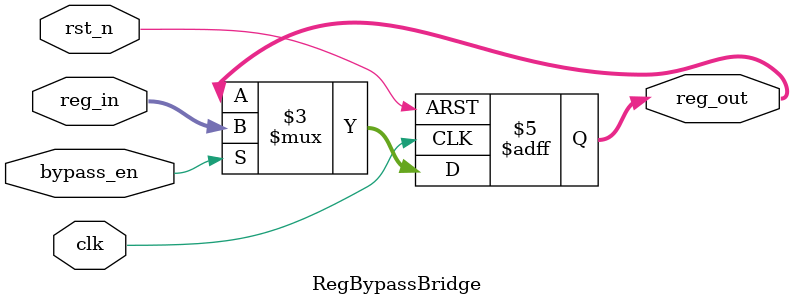
<source format=sv>
module RegBypassBridge #(
    parameter WIDTH = 32
)(
    input clk, rst_n,
    input [WIDTH-1:0] reg_in,
    output reg [WIDTH-1:0] reg_out,
    input bypass_en
);
    // 优化后的代码 - 移除不必要的self-assignment并使用rst_n信号
    always @(posedge clk or negedge rst_n) begin
        if (!rst_n) begin
            reg_out <= {WIDTH{1'b0}}; // 复位状态
        end else if (bypass_en) begin
            reg_out <= reg_in;
        end
    end
endmodule
</source>
